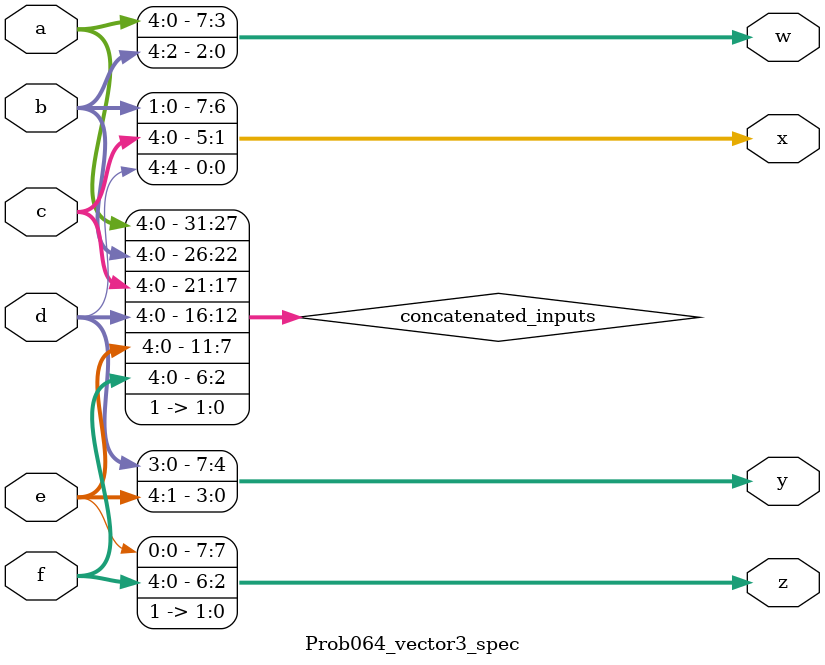
<source format=v>
module Prob064_vector3_spec(
    input [4:0] a,
    input [4:0] b,
    input [4:0] c,
    input [4:0] d,
    input [4:0] e,
    input [4:0] f,
    output [7:0] w,
    output [7:0] x,
    output [7:0] y,
    output [7:0] z
);
    wire [31:0] concatenated_inputs;
    
    // Concatenate inputs with two 1s at the LSB positions
    assign concatenated_inputs = {a, b, c, d, e, f, 2'b11};

    // Assign the 32-bit concatenated result to output 8-bit vectors
    assign w = concatenated_inputs[31:24];
    assign x = concatenated_inputs[23:16];
    assign y = concatenated_inputs[15:8];
    assign z = concatenated_inputs[7:0];

endmodule

</source>
